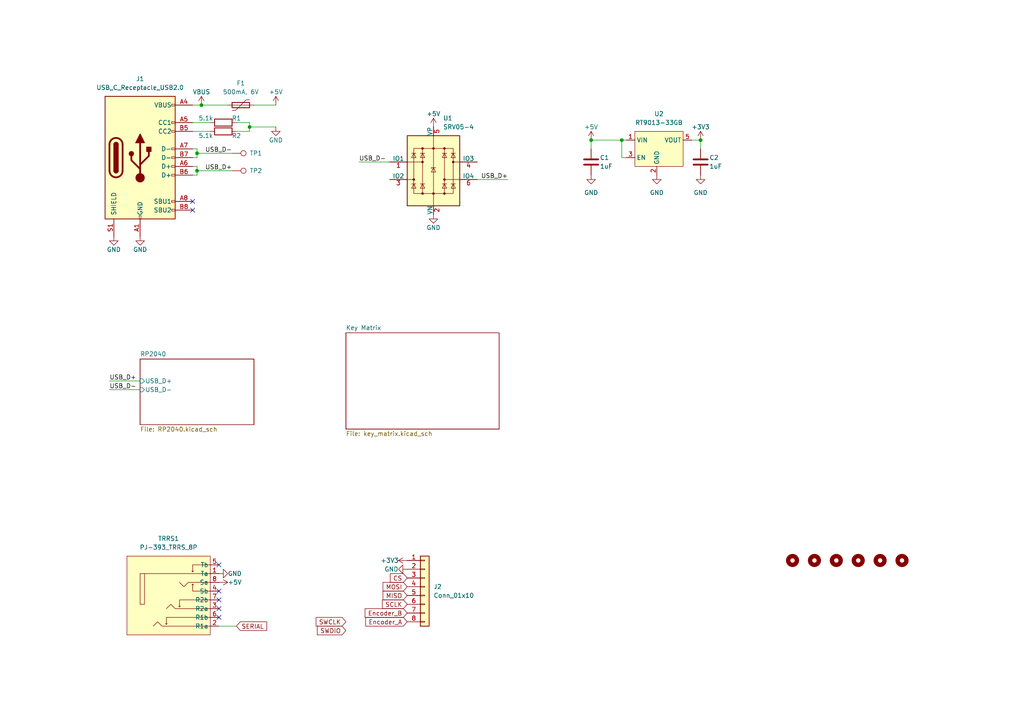
<source format=kicad_sch>
(kicad_sch (version 20211123) (generator eeschema)
  (paper "A4")
  (title_block (title "ErgoSNM Keyboard - Left") (rev "2") (comment 1 "MIT License (Open source hardware)"))
  (lib_symbols
    (symbol "Connector:TestPoint" (pin_numbers hide) (pin_names (offset 0.762) hide)
      (property "Reference" "TP" (at 0 6.858 0))
      (property "Value" "TestPoint" (at 0 5.08 0))
      (symbol "TestPoint_0_1"
        (circle (center 0 3.302) (radius 0.762))
      )
      (symbol "TestPoint_1_1"
        (pin passive line (at 0 0 90) (length 2.54) (name "1") (number "1"))
      )
    )
    (symbol "Connector:USB_C_Receptacle_USB2.0" (pin_names (offset 1.016))
      (property "Reference" "J" (at -10.16 19.05 0))
      (property "Value" "USB_C_Receptacle_USB2.0" (at 19.05 19.05 0))
      (symbol "USB_C_Receptacle_USB2.0_0_0"
        (rectangle (start -0.254 -17.78) (end 0.254 -16.764))
        (rectangle (start 10.16 -14.986) (end 9.144 -15.494))
        (rectangle (start 10.16 -12.446) (end 9.144 -12.954))
        (rectangle (start 10.16 -4.826) (end 9.144 -5.334))
        (rectangle (start 10.16 -2.286) (end 9.144 -2.794))
        (rectangle (start 10.16 0.254) (end 9.144 -0.254))
        (rectangle (start 10.16 2.794) (end 9.144 2.286))
        (rectangle (start 10.16 7.874) (end 9.144 7.366))
        (rectangle (start 10.16 10.414) (end 9.144 9.906))
        (rectangle (start 10.16 15.494) (end 9.144 14.986))
      )
      (symbol "USB_C_Receptacle_USB2.0_0_1"
        (rectangle (start -10.16 17.78) (end 10.16 -17.78) (stroke (width 0.254)) (fill (type background)))
        (arc (start -8.89 -3.81) (mid -6.985 -5.715) (end -5.08 -3.81) (stroke (width 0.508)))
        (arc (start -7.62 -3.81) (mid -6.985 -4.445) (end -6.35 -3.81) (stroke (width 0.254)))
        (arc (start -7.62 -3.81) (mid -6.985 -4.445) (end -6.35 -3.81) (stroke (width 0.254)) (fill (type outline)))
        (rectangle (start -7.62 -3.81) (end -6.35 3.81) (stroke (width 0.254)) (fill (type outline)))
        (arc (start -6.35 3.81) (mid -6.985 4.445) (end -7.62 3.81) (stroke (width 0.254)))
        (arc (start -6.35 3.81) (mid -6.985 4.445) (end -7.62 3.81) (stroke (width 0.254)) (fill (type outline)))
        (arc (start -5.08 3.81) (mid -6.985 5.715) (end -8.89 3.81) (stroke (width 0.508)))
        (circle (center -2.54 1.143) (radius 0.635) (stroke (width 0.254)) (fill (type outline)))
        (circle (center 0 -5.842) (radius 1.27) (fill (type outline)))
        (polyline (pts (xy -8.89 -3.81) (xy -8.89 3.81)) (stroke (width 0.508)))
        (polyline (pts (xy -5.08 3.81) (xy -5.08 -3.81)) (stroke (width 0.508)))
        (polyline (pts (xy 0 -5.842) (xy 0 4.318)) (stroke (width 0.508)))
        (polyline (pts (xy 0 -3.302) (xy -2.54 -0.762) (xy -2.54 0.508)) (stroke (width 0.508)))
        (polyline (pts (xy 0 -2.032) (xy 2.54 0.508) (xy 2.54 1.778)) (stroke (width 0.508)))
        (polyline (pts (xy -1.27 4.318) (xy 0 6.858) (xy 1.27 4.318) (xy -1.27 4.318)) (stroke (width 0.254)) (fill (type outline)))
        (rectangle (start 1.905 1.778) (end 3.175 3.048) (stroke (width 0.254)) (fill (type outline)))
      )
      (symbol "USB_C_Receptacle_USB2.0_1_1"
        (pin passive line (at 0 -22.86 90) (length 5.08) (name "GND") (number "A1"))
        (pin passive line (at 0 -22.86 90) (length 5.08) hide (name "GND") (number "A12"))
        (pin passive line (at 15.24 15.24 180) (length 5.08) (name "VBUS") (number "A4"))
        (pin bidirectional line (at 15.24 10.16 180) (length 5.08) (name "CC1") (number "A5"))
        (pin bidirectional line (at 15.24 -2.54 180) (length 5.08) (name "D+") (number "A6"))
        (pin bidirectional line (at 15.24 2.54 180) (length 5.08) (name "D-") (number "A7"))
        (pin bidirectional line (at 15.24 -12.7 180) (length 5.08) (name "SBU1") (number "A8"))
        (pin passive line (at 15.24 15.24 180) (length 5.08) hide (name "VBUS") (number "A9"))
        (pin passive line (at 0 -22.86 90) (length 5.08) hide (name "GND") (number "B1"))
        (pin passive line (at 0 -22.86 90) (length 5.08) hide (name "GND") (number "B12"))
        (pin passive line (at 15.24 15.24 180) (length 5.08) hide (name "VBUS") (number "B4"))
        (pin bidirectional line (at 15.24 7.62 180) (length 5.08) (name "CC2") (number "B5"))
        (pin bidirectional line (at 15.24 -5.08 180) (length 5.08) (name "D+") (number "B6"))
        (pin bidirectional line (at 15.24 0 180) (length 5.08) (name "D-") (number "B7"))
        (pin bidirectional line (at 15.24 -15.24 180) (length 5.08) (name "SBU2") (number "B8"))
        (pin passive line (at 15.24 15.24 180) (length 5.08) hide (name "VBUS") (number "B9"))
        (pin passive line (at -7.62 -22.86 90) (length 5.08) (name "SHIELD") (number "S1"))
      )
    )
    (symbol "Connector_Generic:Conn_01x08" (pin_names (offset 1.016) hide)
      (property "Reference" "J" (at 0 10.16 0))
      (property "Value" "Conn_01x08" (at 0 -12.7 0))
      (symbol "Conn_01x08_1_1"
        (rectangle (start -1.27 -10.033) (end 0 -10.287) (stroke (width 0.1524)))
        (rectangle (start -1.27 -7.493) (end 0 -7.747) (stroke (width 0.1524)))
        (rectangle (start -1.27 -4.953) (end 0 -5.207) (stroke (width 0.1524)))
        (rectangle (start -1.27 -2.413) (end 0 -2.667) (stroke (width 0.1524)))
        (rectangle (start -1.27 0.127) (end 0 -0.127) (stroke (width 0.1524)))
        (rectangle (start -1.27 2.667) (end 0 2.413) (stroke (width 0.1524)))
        (rectangle (start -1.27 5.207) (end 0 4.953) (stroke (width 0.1524)))
        (rectangle (start -1.27 7.747) (end 0 7.493) (stroke (width 0.1524)))
        (rectangle (start -1.27 8.89) (end 1.27 -11.43) (stroke (width 0.254)) (fill (type background)))
        (pin passive line (at -5.08 7.62 0) (length 3.81) (name "Pin_1") (number "1"))
        (pin passive line (at -5.08 5.08 0) (length 3.81) (name "Pin_2") (number "2"))
        (pin passive line (at -5.08 2.54 0) (length 3.81) (name "Pin_3") (number "3"))
        (pin passive line (at -5.08 0 0) (length 3.81) (name "Pin_4") (number "4"))
        (pin passive line (at -5.08 -2.54 0) (length 3.81) (name "Pin_5") (number "5"))
        (pin passive line (at -5.08 -5.08 0) (length 3.81) (name "Pin_6") (number "6"))
        (pin passive line (at -5.08 -7.62 0) (length 3.81) (name "Pin_7") (number "7"))
        (pin passive line (at -5.08 -10.16 0) (length 3.81) (name "Pin_8") (number "8"))
      )
    )
    (symbol "Device:C" (pin_numbers hide) (pin_names (offset 0.254))
      (property "Reference" "C" (at 0.635 2.54 0))
      (property "Value" "C" (at 0.635 -2.54 0))
      (symbol "C_0_1"
        (polyline (pts (xy -2.032 -0.762) (xy 2.032 -0.762)) (stroke (width 0.508)))
        (polyline (pts (xy -2.032 0.762) (xy 2.032 0.762)) (stroke (width 0.508)))
      )
      (symbol "C_1_1"
        (pin passive line (at 0 3.81 270) (length 2.794) (name "~") (number "1"))
        (pin passive line (at 0 -3.81 90) (length 2.794) (name "~") (number "2"))
      )
    )
    (symbol "Device:Polyfuse" (pin_numbers hide) (pin_names (offset 0))
      (property "Reference" "F" (at -2.54 0 90))
      (property "Value" "Polyfuse" (at 2.54 0 90))
      (symbol "Polyfuse_0_1"
        (rectangle (start -0.762 2.54) (end 0.762 -2.54) (stroke (width 0.254)))
        (polyline (pts (xy 0 2.54) (xy 0 -2.54)))
        (polyline (pts (xy -1.524 2.54) (xy -1.524 1.524) (xy 1.524 -1.524) (xy 1.524 -2.54)))
      )
      (symbol "Polyfuse_1_1"
        (pin passive line (at 0 3.81 270) (length 1.27) (name "~") (number "1"))
        (pin passive line (at 0 -3.81 90) (length 1.27) (name "~") (number "2"))
      )
    )
    (symbol "Device:R" (pin_numbers hide) (pin_names (offset 0))
      (property "Reference" "R" (at 2.032 0 90))
      (property "Value" "R" (at 0 0 90))
      (symbol "R_0_1"
        (rectangle (start -1.016 -2.54) (end 1.016 2.54) (stroke (width 0.254)))
      )
      (symbol "R_1_1"
        (pin passive line (at 0 3.81 270) (length 1.27) (name "~") (number "1"))
        (pin passive line (at 0 -3.81 90) (length 1.27) (name "~") (number "2"))
      )
    )
    (symbol "ErgoSNM_Keyboard_Library:PJ-393_TRRS_8P"
      (property "Reference" "TRRS" (at -5.08 -16.51 0))
      (property "Value" "PJ-393_TRRS_8P" (at -3.175 -18.415 0))
      (symbol "PJ-393_TRRS_8P_0_0"
        (pin bidirectional line (at 10.16 -8.89 180) (length 2.54) (name "R1a") (number "2"))
        (pin bidirectional line (at 10.16 -3.81 180) (length 2.54) (name "R2a") (number "3"))
        (pin bidirectional line (at 10.16 1.27 180) (length 2.54) (name "Sb") (number "4"))
        (pin bidirectional line (at 10.16 8.89 180) (length 2.54) (name "Tb") (number "5"))
        (pin bidirectional line (at 10.16 -6.35 180) (length 2.54) (name "R1b") (number "6"))
        (pin bidirectional line (at 10.16 -1.27 180) (length 2.54) (name "R2b") (number "7"))
        (pin bidirectional line (at 10.16 3.81 180) (length 2.54) (name "Sa") (number "8"))
      )
      (symbol "PJ-393_TRRS_8P_0_1"
        (polyline (pts (xy -5.08 -8.382) (xy -5.334 -8.128)))
        (polyline (pts (xy -5.08 -8.382) (xy -5.08 -7.62)))
        (polyline (pts (xy -5.08 -8.382) (xy -4.826 -8.128)))
        (polyline (pts (xy -1.27 -3.302) (xy -1.524 -3.048)))
        (polyline (pts (xy -1.27 -3.302) (xy -1.27 -2.54)))
        (polyline (pts (xy -1.27 -3.302) (xy -1.016 -3.048)))
        (polyline (pts (xy 2.54 3.302) (xy 2.286 3.048)))
        (polyline (pts (xy 2.54 3.302) (xy 2.54 2.54)))
        (polyline (pts (xy 2.54 3.302) (xy 2.794 3.048)))
        (polyline (pts (xy 2.54 6.858) (xy 2.286 7.112)))
        (polyline (pts (xy 2.54 6.858) (xy 2.54 7.62)))
        (polyline (pts (xy 2.54 6.858) (xy 2.794 7.112)))
        (polyline (pts (xy 7.62 3.81) (xy 1.27 3.81)))
        (polyline (pts (xy -12.7 -2.54) (xy -11.43 -2.54) (xy -11.43 6.35)))
        (polyline (pts (xy 1.27 3.81) (xy 0 2.54) (xy -1.27 3.81)))
        (polyline (pts (xy 7.62 -6.35) (xy -5.08 -6.35) (xy -5.08 -7.62)))
        (polyline (pts (xy 7.62 -1.27) (xy -1.27 -1.27) (xy -1.27 -2.54)))
        (polyline (pts (xy 7.62 1.27) (xy 2.54 1.27) (xy 2.54 2.54)))
        (polyline (pts (xy 7.62 6.35) (xy -12.7 6.35) (xy -12.7 -2.54)))
        (polyline (pts (xy 7.62 8.89) (xy 2.54 8.89) (xy 2.54 7.62)))
        (polyline (pts (xy 7.62 -8.89) (xy -6.35 -8.89) (xy -7.62 -7.62) (xy -8.89 -8.89)))
        (polyline (pts (xy 7.62 -3.81) (xy -2.54 -3.81) (xy -3.81 -2.54) (xy -5.08 -3.81)))
        (rectangle (start 7.62 11.43) (end -16.51 -11.43) (fill (type background)))
      )
      (symbol "PJ-393_TRRS_8P_1_1"
        (pin bidirectional line (at 10.16 6.35 180) (length 2.54) (name "Ta") (number "1"))
      )
    )
    (symbol "Mechanical:MountingHole" (pin_names (offset 1.016))
      (property "Reference" "H" (at 0 5.08 0))
      (property "Value" "MountingHole" (at 0 3.175 0))
      (symbol "MountingHole_0_1"
        (circle (center 0 0) (radius 1.27) (stroke (width 1.27)))
      )
    )
    (symbol "Power_Protection:SRV05-4" (pin_names (offset 0))
      (property "Reference" "U" (at -5.08 11.43 0))
      (property "Value" "SRV05-4" (at 2.54 11.43 0))
      (symbol "SRV05-4_0_0"
        (rectangle (start -5.715 6.477) (end 5.715 -6.604))
        (polyline (pts (xy -3.175 -6.604) (xy -3.175 6.477)))
        (polyline (pts (xy 3.175 6.477) (xy 3.175 -6.604)))
      )
      (symbol "SRV05-4_0_1"
        (rectangle (start -7.62 10.16) (end 7.62 -10.16) (stroke (width 0.254)) (fill (type background)))
        (circle (center -5.715 -2.54) (radius 0.2794) (fill (type outline)))
        (circle (center -3.175 -6.604) (radius 0.2794) (fill (type outline)))
        (circle (center -3.175 2.54) (radius 0.2794) (fill (type outline)))
        (circle (center -3.175 6.477) (radius 0.2794) (fill (type outline)))
        (circle (center 0 -6.604) (radius 0.2794) (fill (type outline)))
        (polyline (pts (xy -7.747 2.54) (xy -3.175 2.54)))
        (polyline (pts (xy -7.62 -2.54) (xy -5.715 -2.54)))
        (polyline (pts (xy -5.08 -3.81) (xy -6.35 -3.81)))
        (polyline (pts (xy -5.08 5.08) (xy -6.35 5.08)))
        (polyline (pts (xy -2.54 -3.81) (xy -3.81 -3.81)))
        (polyline (pts (xy -2.54 5.08) (xy -3.81 5.08)))
        (polyline (pts (xy 0 10.16) (xy 0 -10.16)))
        (polyline (pts (xy 3.81 -3.81) (xy 2.54 -3.81)))
        (polyline (pts (xy 3.81 5.08) (xy 2.54 5.08)))
        (polyline (pts (xy 6.35 -3.81) (xy 5.08 -3.81)))
        (polyline (pts (xy 6.35 5.08) (xy 5.08 5.08)))
        (polyline (pts (xy 7.62 -2.54) (xy 3.175 -2.54)))
        (polyline (pts (xy 7.62 2.54) (xy 5.715 2.54)))
        (polyline (pts (xy 0.635 0.889) (xy -0.635 0.889) (xy -0.635 0.635)))
        (polyline (pts (xy -5.08 -5.08) (xy -6.35 -5.08) (xy -5.715 -3.81) (xy -5.08 -5.08)))
        (polyline (pts (xy -5.08 3.81) (xy -6.35 3.81) (xy -5.715 5.08) (xy -5.08 3.81)))
        (polyline (pts (xy -2.54 -5.08) (xy -3.81 -5.08) (xy -3.175 -3.81) (xy -2.54 -5.08)))
        (polyline (pts (xy -2.54 3.81) (xy -3.81 3.81) (xy -3.175 5.08) (xy -2.54 3.81)))
        (polyline (pts (xy 0.635 -0.381) (xy -0.635 -0.381) (xy 0 0.889) (xy 0.635 -0.381)))
        (polyline (pts (xy 3.81 -5.08) (xy 2.54 -5.08) (xy 3.175 -3.81) (xy 3.81 -5.08)))
        (polyline (pts (xy 3.81 3.81) (xy 2.54 3.81) (xy 3.175 5.08) (xy 3.81 3.81)))
        (polyline (pts (xy 6.35 -5.08) (xy 5.08 -5.08) (xy 5.715 -3.81) (xy 6.35 -5.08)))
        (polyline (pts (xy 6.35 3.81) (xy 5.08 3.81) (xy 5.715 5.08) (xy 6.35 3.81)))
        (circle (center 0 6.477) (radius 0.2794) (fill (type outline)))
        (circle (center 3.175 -6.604) (radius 0.2794) (fill (type outline)))
        (circle (center 3.175 -2.54) (radius 0.2794) (fill (type outline)))
        (circle (center 3.175 6.477) (radius 0.2794) (fill (type outline)))
        (circle (center 5.715 2.54) (radius 0.2794) (fill (type outline)))
      )
      (symbol "SRV05-4_1_1"
        (pin passive line (at -12.7 2.54 0) (length 5.08) (name "IO1") (number "1"))
        (pin passive line (at 0 -12.7 90) (length 2.54) (name "VN") (number "2"))
        (pin passive line (at -12.7 -2.54 0) (length 5.08) (name "IO2") (number "3"))
        (pin passive line (at 12.7 2.54 180) (length 5.08) (name "IO3") (number "4"))
        (pin passive line (at 0 12.7 270) (length 2.54) (name "VP") (number "5"))
        (pin passive line (at 12.7 -2.54 180) (length 5.08) (name "IO4") (number "6"))
      )
    )
    (symbol "power:+3V3" (power) (pin_names (offset 0))
      (property "Value" "+3V3" (at 0 3.556 0))
      (symbol "+3V3_0_1"
        (polyline (pts (xy -0.762 1.27) (xy 0 2.54)))
        (polyline (pts (xy 0 0) (xy 0 2.54)))
        (polyline (pts (xy 0 2.54) (xy 0.762 1.27)))
      )
      (symbol "+3V3_1_1"
        (pin power_in line (at 0 0 90) (length 0) hide (name "+3V3") (number "1"))
      )
    )
    (symbol "power:+5V" (power) (pin_names (offset 0))
      (property "Value" "+5V" (at 0 3.556 0))
      (symbol "+5V_0_1"
        (polyline (pts (xy -0.762 1.27) (xy 0 2.54)))
        (polyline (pts (xy 0 0) (xy 0 2.54)))
        (polyline (pts (xy 0 2.54) (xy 0.762 1.27)))
      )
      (symbol "+5V_1_1"
        (pin power_in line (at 0 0 90) (length 0) hide (name "+5V") (number "1"))
      )
    )
    (symbol "power:GND" (power) (pin_names (offset 0))
      (property "Value" "GND" (at 0 -3.81 0))
      (symbol "GND_0_1"
        (polyline (pts (xy 0 0) (xy 0 -1.27) (xy 1.27 -1.27) (xy 0 -2.54) (xy -1.27 -1.27) (xy 0 -1.27)))
      )
      (symbol "GND_1_1"
        (pin power_in line (at 0 0 270) (length 0) hide (name "GND") (number "1"))
      )
    )
    (symbol "power:VBUS" (power) (pin_names (offset 0))
      (property "Value" "VBUS" (at 0 3.81 0))
      (symbol "VBUS_0_1"
        (polyline (pts (xy -0.762 1.27) (xy 0 2.54)))
        (polyline (pts (xy 0 0) (xy 0 2.54)))
        (polyline (pts (xy 0 2.54) (xy 0.762 1.27)))
      )
      (symbol "VBUS_1_1"
        (pin power_in line (at 0 0 90) (length 0) hide (name "VBUS") (number "1"))
      )
    )
    (symbol "rp-micro:RT9013-33GB"
      (property "Reference" "U?" (at 0 8.89 0))
      (property "Value" "RT9013-33GB" (at 0 6.35 0))
      (symbol "RT9013-33GB_0_0"
        (pin no_connect non_logic (at 10.16 -2.54 180) (length 2.54) hide (name "NC") (number "4"))
      )
      (symbol "RT9013-33GB_0_1"
        (rectangle (start -6.35 5.08) (end 7.62 -5.08) (fill (type background)))
      )
      (symbol "RT9013-33GB_1_1"
        (pin power_in line (at -8.89 2.54 0) (length 2.54) (name "VIN") (number "1"))
        (pin power_in line (at 0 -7.62 90) (length 2.54) (name "GND") (number "2"))
        (pin input line (at -8.89 -2.54 0) (length 2.54) (name "EN") (number "3"))
        (pin power_out line (at 10.16 2.54 180) (length 2.54) (name "VOUT") (number "5"))
      )
    )
  )
  (junction (at 180.34 40.64))
  (junction (at 58.42 30.48))
  (junction (at 72.39 36.83))
  (junction (at 57.15 44.45))
  (junction (at 203.2 40.64))
  (junction (at 57.15 49.53))
  (junction (at 171.45 40.64))
  (no_connect (at 63.5 173.99))
  (no_connect (at 63.5 171.45))
  (no_connect (at 63.5 179.07))
  (no_connect (at 63.5 176.53))
  (no_connect (at 55.88 58.42))
  (no_connect (at 55.88 60.96))
  (no_connect (at 63.5 163.83))
  (wire (pts (xy 171.45 40.64) (xy 180.34 40.64)))
  (wire (pts (xy 72.39 36.83) (xy 72.39 38.1)))
  (wire (pts (xy 60.96 35.56) (xy 55.88 35.56)))
  (wire (pts (xy 72.39 35.56) (xy 68.58 35.56)))
  (wire (pts (xy 55.88 50.8) (xy 57.15 50.8)))
  (wire (pts (xy 180.34 40.64) (xy 181.61 40.64)))
  (wire (pts (xy 181.61 45.72) (xy 180.34 45.72)))
  (wire (pts (xy 171.45 40.64) (xy 171.45 43.18)))
  (wire (pts (xy 55.88 30.48) (xy 58.42 30.48)))
  (wire (pts (xy 72.39 38.1) (xy 68.58 38.1)))
  (wire (pts (xy 147.32 52.07) (xy 138.43 52.07)))
  (wire (pts (xy 57.15 48.26) (xy 57.15 49.53)))
  (wire (pts (xy 55.88 43.18) (xy 57.15 43.18)))
  (wire (pts (xy 57.15 44.45) (xy 57.15 45.72)))
  (wire (pts (xy 31.75 113.03) (xy 40.64 113.03)))
  (wire (pts (xy 200.66 40.64) (xy 203.2 40.64)))
  (wire (pts (xy 55.88 38.1) (xy 60.96 38.1)))
  (wire (pts (xy 57.15 49.53) (xy 67.31 49.53)))
  (wire (pts (xy 68.58 181.61) (xy 63.5 181.61)))
  (wire (pts (xy 57.15 44.45) (xy 67.31 44.45)))
  (wire (pts (xy 55.88 48.26) (xy 57.15 48.26)))
  (wire (pts (xy 180.34 45.72) (xy 180.34 40.64)))
  (wire (pts (xy 57.15 45.72) (xy 55.88 45.72)))
  (wire (pts (xy 203.2 40.64) (xy 203.2 43.18)))
  (wire (pts (xy 57.15 49.53) (xy 57.15 50.8)))
  (wire (pts (xy 57.15 43.18) (xy 57.15 44.45)))
  (wire (pts (xy 104.14 46.99) (xy 113.03 46.99)))
  (wire (pts (xy 80.01 30.48) (xy 73.66 30.48)))
  (wire (pts (xy 72.39 35.56) (xy 72.39 36.83)))
  (wire (pts (xy 72.39 36.83) (xy 80.01 36.83)))
  (wire (pts (xy 31.75 110.49) (xy 40.64 110.49)))
  (wire (pts (xy 66.04 30.48) (xy 58.42 30.48)))
  (label "USB_D+" (at 67.31 49.53 180))
  (label "USB_D-" (at 67.31 44.45 180))
  (label "USB_D+" (at 147.32 52.07 180))
  (label "USB_D+" (at 31.75 110.49 0))
  (label "USB_D-" (at 31.75 113.03 0))
  (label "USB_D-" (at 104.14 46.99 0))
  (global_label "SERIAL" (shape input) (at 68.58 181.61 0) (property "Intersheet References" "${INTERSHEET_REFS}" (effects hide)))
  (global_label "Encoder_A" (shape input) (at 118.11 180.34 180) (property "Intersheet References" "${INTERSHEET_REFS}" (effects hide)))
  (global_label "SWDIO" (shape input) (at 100.33 182.88 180) (property "Intersheet References" "${INTERSHEET_REFS}" (effects hide)))
  (global_label "Encoder_B" (shape input) (at 118.11 177.8 180) (property "Intersheet References" "${INTERSHEET_REFS}" (effects hide)))
  (global_label "SCLK" (shape input) (at 118.11 175.26 180) (property "Intersheet References" "${INTERSHEET_REFS}" (effects hide)))
  (global_label "MOSI" (shape input) (at 118.11 170.18 180) (property "Intersheet References" "${INTERSHEET_REFS}" (effects hide)))
  (global_label "SWCLK" (shape input) (at 100.33 180.34 180) (property "Intersheet References" "${INTERSHEET_REFS}" (effects hide)))
  (global_label "MISO" (shape input) (at 118.11 172.72 180) (property "Intersheet References" "${INTERSHEET_REFS}" (effects hide)))
  (global_label "CS" (shape input) (at 118.11 167.64 180) (property "Intersheet References" "${INTERSHEET_REFS}" (effects hide)))
  (symbol (lib_id "power:GND") (at 33.02 68.58 0) (unit 1)
    (property "Reference" "#PWR01" (effects hide))
    (property "Value" "GND" (at 33.02 72.39 0))
  )
  (symbol (lib_id "Mechanical:MountingHole") (at 248.92 162.56 0) (unit 1) (in_bom no)
    (property "Reference" "H4" (effects hide))
    (property "Value" "MountingHole" (effects hide))
    (property "Footprint" "MountingHole:MountingHole_2.2mm_M2" (effects hide))
  )
  (symbol (lib_id "Mechanical:MountingHole") (at 242.57 162.56 0) (unit 1) (in_bom no)
    (property "Reference" "H3" (effects hide))
    (property "Value" "MountingHole" (effects hide))
    (property "Footprint" "MountingHole:MountingHole_2.2mm_M2" (effects hide))
  )
  (symbol (lib_id "power:+5V") (at 125.73 36.83 0) (unit 1)
    (property "Reference" "#PWR010" (effects hide))
    (property "Value" "+5V" (at 125.73 33.02 0))
  )
  (symbol (lib_id "ErgoSNM_Keyboard_Library:PJ-393_TRRS_8P") (at 53.34 172.72 0) (unit 1)
    (property "Reference" "TRRS1" (at 48.895 156.21 0))
    (property "Value" "PJ-393_TRRS_8P" (at 48.895 158.75 0))
    (property "Footprint" "ErgoSNM_Keyboard:PJ-393" (effects hide))
  )
  (symbol (lib_id "power:GND") (at 203.2 50.8 0) (unit 1)
    (property "Reference" "#PWR016" (effects hide))
    (property "Value" "GND" (at 203.2 55.88 0))
  )
  (symbol (lib_id "Device:C") (at 171.45 46.99 0) (unit 1)
    (property "Reference" "C1" (at 173.99 45.72 0) (effects (justify left)))
    (property "Value" "1uF" (at 173.99 48.26 0) (effects (justify left)))
    (property "Footprint" "Capacitor_SMD:C_0402_1005Metric" (effects hide))
    (property "JLCPCB Part #" "C52923" (effects hide))
    (property "MFR. Part #" "CL05A105KA5NQNC" (effects hide))
  )
  (symbol (lib_id "power:GND") (at 63.5 166.37 90) (unit 1)
    (property "Reference" "#PWR04" (effects hide))
    (property "Value" "GND" (at 66.04 166.37 90) (effects (justify right)))
  )
  (symbol (lib_id "power:GND") (at 125.73 62.23 0) (unit 1)
    (property "Reference" "#PWR011" (effects hide))
    (property "Value" "GND" (at 125.73 66.04 0))
  )
  (symbol (lib_id "Mechanical:MountingHole") (at 236.22 162.56 0) (unit 1) (in_bom no)
    (property "Reference" "H2" (effects hide))
    (property "Value" "MountingHole" (effects hide))
    (property "Footprint" "MountingHole:MountingHole_2.2mm_M2" (effects hide))
  )
  (symbol (lib_id "power:+5V") (at 63.5 168.91 270) (unit 1)
    (property "Reference" "#PWR05" (effects hide))
    (property "Value" "+5V" (at 66.04 168.91 90) (effects (justify left)))
  )
  (symbol (lib_id "power:+3V3") (at 203.2 40.64 0) (unit 1)
    (property "Reference" "#PWR015" (effects hide))
    (property "Value" "+3V3" (at 203.2 36.83 0))
  )
  (symbol (lib_id "Device:R") (at 64.77 35.56 90) (unit 1)
    (property "Reference" "R1" (at 68.58 34.29 90))
    (property "Value" "5.1k" (at 59.69 34.29 90))
    (property "Footprint" "Resistor_SMD:R_0402_1005Metric" (effects hide))
    (property "JLCPCB Part #" "C25905" (effects hide))
    (property "MFR. Part #" "0402WGF5101TCE" (effects hide))
  )
  (symbol (lib_id "Connector:USB_C_Receptacle_USB2.0") (at 40.64 45.72 0) (unit 1)
    (property "Reference" "J1" (at 40.64 22.86 0))
    (property "Value" "USB_C_Receptacle_USB2.0" (at 40.64 25.4 0))
    (property "Footprint" "Connector_USB:USB_C_Receptacle_HRO_TYPE-C-31-M-12" (effects hide))
    (property "Datasheet" "https://www.usb.org/sites/default/files/documents/usb_type-c.zip" (effects hide))
    (property "JLCPCB Part #" "C165948" (effects hide))
    (property "MFR. Part #" "TYPE-C-31-M-12" (effects hide))
  )
  (symbol (lib_id "Mechanical:MountingHole") (at 255.27 162.56 0) (unit 1) (in_bom no)
    (property "Reference" "H5" (effects hide))
    (property "Value" "MountingHole" (effects hide))
    (property "Footprint" "MountingHole:MountingHole_2.2mm_M2" (effects hide))
  )
  (symbol (lib_id "Mechanical:MountingHole") (at 229.87 162.56 0) (unit 1) (in_bom no)
    (property "Reference" "H1" (effects hide))
    (property "Value" "MountingHole" (effects hide))
    (property "Footprint" "MountingHole:MountingHole_2.2mm_M2" (effects hide))
  )
  (symbol (lib_id "Device:R") (at 64.77 38.1 90) (unit 1)
    (property "Reference" "R2" (at 68.58 39.37 90))
    (property "Value" "5.1k" (at 59.69 39.37 90))
    (property "Footprint" "Resistor_SMD:R_0402_1005Metric" (effects hide))
    (property "JLCPCB Part #" "C25905" (effects hide))
    (property "MFR. Part #" "0402WGF5101TCE" (effects hide))
  )
  (symbol (lib_id "power:GND") (at 171.45 50.8 0) (unit 1)
    (property "Reference" "#PWR013" (effects hide))
    (property "Value" "GND" (at 171.45 55.88 0))
  )
  (symbol (lib_id "rp-micro:RT9013-33GB") (at 190.5 43.18 0) (unit 1)
    (property "Reference" "U2" (at 191.135 33.02 0))
    (property "Value" "RT9013-33GB" (at 191.135 35.56 0))
    (property "Footprint" "Package_TO_SOT_SMD:SOT-23-5" (effects hide))
    (property "MFR. Part #" "RT9013-33GB" (effects hide))
    (property "JLCPCB Part #" "C47773" (effects hide))
  )
  (symbol (lib_id "power:+5V") (at 171.45 40.64 0) (unit 1)
    (property "Reference" "#PWR012" (effects hide))
    (property "Value" "+5V" (at 171.45 36.83 0))
  )
  (symbol (lib_id "Connector_Generic:Conn_01x08") (at 123.19 170.18 0) (unit 1)
    (property "Reference" "J2" (at 125.73 170.1799 0) (effects (justify left)))
    (property "Value" "Conn_01x10" (at 125.73 172.7199 0) (effects (justify left)))
    (property "Footprint" "Connector_PinSocket_2.54mm:PinSocket_1x08_P2.54mm_Vertical" (effects hide))
  )
  (symbol (lib_id "Connector:TestPoint") (at 67.31 44.45 270) (unit 1)
    (property "Reference" "TP1" (at 72.39 44.45 90) (effects (justify left)))
    (property "Value" "TestPoint" (effects hide))
    (property "Footprint" "TestPoint:TestPoint_Pad_D2.0mm" (effects hide))
  )
  (symbol (lib_id "Device:Polyfuse") (at 69.85 30.48 90) (unit 1)
    (property "Reference" "F1" (at 69.85 24.13 90))
    (property "Value" "500mA, 6V" (at 69.85 26.67 90))
    (property "Footprint" "Fuse:Fuse_0805_2012Metric" (effects hide))
    (property "MFR. Part #" "SMD0805B050TF" (effects hide))
    (property "JLCPCB Part #" "C269104" (effects hide))
  )
  (symbol (lib_id "Connector:TestPoint") (at 67.31 49.53 270) (unit 1)
    (property "Reference" "TP2" (at 72.39 49.53 90) (effects (justify left)))
    (property "Value" "TestPoint" (effects hide))
    (property "Footprint" "TestPoint:TestPoint_Pad_D2.0mm" (effects hide))
  )
  (symbol (lib_id "power:GND") (at 40.64 68.58 0) (unit 1)
    (property "Reference" "#PWR02" (effects hide))
    (property "Value" "GND" (at 40.64 72.39 0))
  )
  (symbol (lib_id "Power_Protection:SRV05-4") (at 125.73 49.53 0) (unit 1)
    (property "Reference" "U1" (at 128.4987 34.29 0) (effects (justify left)))
    (property "Value" "SRV05-4" (at 128.4987 36.83 0) (effects (justify left)))
    (property "Footprint" "Package_TO_SOT_SMD:SOT-23-6" (effects hide))
    (property "Datasheet" "http://www.onsemi.com/pub/Collateral/SRV05-4-D.PDF" (effects hide))
  )
  (symbol (lib_id "power:+3V3") (at 118.11 162.56 90) (unit 1)
    (property "Reference" "#PWR08" (effects hide))
    (property "Value" "+3V3" (at 113.03 162.56 90))
  )
  (symbol (lib_id "Device:C") (at 203.2 46.99 0) (unit 1)
    (property "Reference" "C2" (at 205.74 45.72 0) (effects (justify left)))
    (property "Value" "1uF" (at 205.74 48.26 0) (effects (justify left)))
    (property "Footprint" "Capacitor_SMD:C_0402_1005Metric" (effects hide))
    (property "JLCPCB Part #" "C52923" (effects hide))
    (property "MFR. Part #" "CL05A105KA5NQNC" (effects hide))
  )
  (symbol (lib_id "power:VBUS") (at 58.42 30.48 0) (unit 1)
    (property "Reference" "#PWR03" (effects hide))
    (property "Value" "VBUS" (at 58.42 26.67 0))
  )
  (symbol (lib_id "power:+5V") (at 80.01 30.48 0) (unit 1)
    (property "Reference" "#PWR06" (effects hide))
    (property "Value" "+5V" (at 80.01 26.67 0))
  )
  (symbol (lib_id "power:GND") (at 80.01 36.83 0) (unit 1)
    (property "Reference" "#PWR07" (effects hide))
    (property "Value" "GND" (at 80.01 40.64 0))
  )
  (symbol (lib_id "power:GND") (at 190.5 50.8 0) (unit 1)
    (property "Reference" "#PWR014" (effects hide))
    (property "Value" "GND" (at 190.5 55.88 0))
  )
  (symbol (lib_id "power:GND") (at 118.11 165.1 270) (unit 1)
    (property "Reference" "#PWR09" (effects hide))
    (property "Value" "GND" (at 115.57 165.1 90) (effects (justify right)))
  )
  (symbol (lib_id "Mechanical:MountingHole") (at 261.62 162.56 0) (unit 1) (in_bom no)
    (property "Reference" "H6" (effects hide))
    (property "Value" "MountingHole" (effects hide))
    (property "Footprint" "MountingHole:MountingHole_2.2mm_M2" (effects hide))
  )
  (sheet (at 100.33 96.52) (size 44.45 27.94) (stroke (width 0.1524))
    (property "Sheet name" "Key Matrix" (at 100.33 95.8084 0) (effects (justify left bottom)))
    (property "Sheet file" "key_matrix.kicad_sch" (at 100.33 125.0446 0) (effects (justify left top)))
  )
  (sheet (at 40.64 104.14) (size 33.02 19.05) (stroke (width 0.1524))
    (property "Sheet name" "RP2040" (at 40.64 103.4284 0) (effects (justify left bottom)))
    (property "Sheet file" "RP2040.kicad_sch" (at 40.64 123.7746 0) (effects (justify left top)))
    (pin "USB_D+" input (at 40.64 110.49 180))
    (pin "USB_D-" input (at 40.64 113.03 180))
  )
)
</source>
